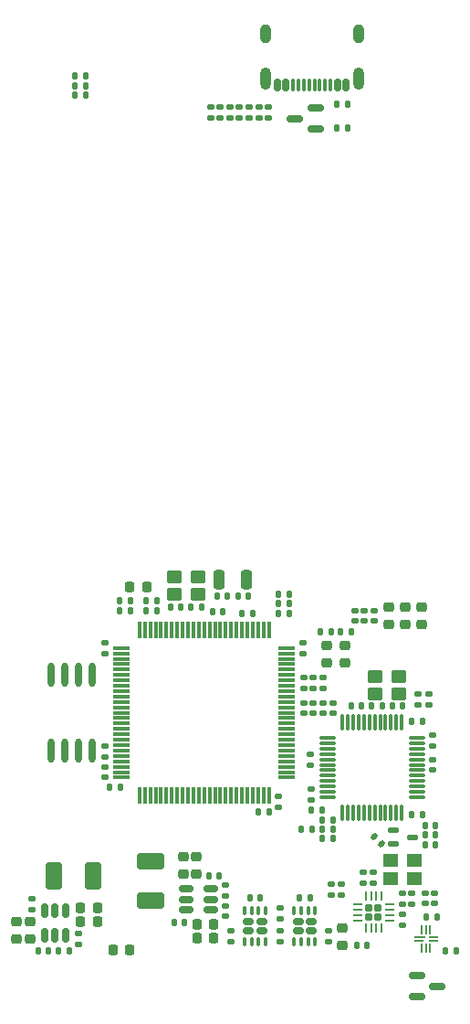
<source format=gbr>
%TF.GenerationSoftware,KiCad,Pcbnew,8.0.8-8.0.8-0~ubuntu24.04.1*%
%TF.CreationDate,2025-02-18T22:24:07+00:00*%
%TF.ProjectId,base-module,62617365-2d6d-46f6-9475-6c652e6b6963,1.0.0*%
%TF.SameCoordinates,Original*%
%TF.FileFunction,Paste,Top*%
%TF.FilePolarity,Positive*%
%FSLAX46Y46*%
G04 Gerber Fmt 4.6, Leading zero omitted, Abs format (unit mm)*
G04 Created by KiCad (PCBNEW 8.0.8-8.0.8-0~ubuntu24.04.1) date 2025-02-18 22:24:07*
%MOMM*%
%LPD*%
G01*
G04 APERTURE LIST*
G04 Aperture macros list*
%AMRoundRect*
0 Rectangle with rounded corners*
0 $1 Rounding radius*
0 $2 $3 $4 $5 $6 $7 $8 $9 X,Y pos of 4 corners*
0 Add a 4 corners polygon primitive as box body*
4,1,4,$2,$3,$4,$5,$6,$7,$8,$9,$2,$3,0*
0 Add four circle primitives for the rounded corners*
1,1,$1+$1,$2,$3*
1,1,$1+$1,$4,$5*
1,1,$1+$1,$6,$7*
1,1,$1+$1,$8,$9*
0 Add four rect primitives between the rounded corners*
20,1,$1+$1,$2,$3,$4,$5,0*
20,1,$1+$1,$4,$5,$6,$7,0*
20,1,$1+$1,$6,$7,$8,$9,0*
20,1,$1+$1,$8,$9,$2,$3,0*%
G04 Aperture macros list end*
%ADD10RoundRect,0.250001X0.999999X-0.499999X0.999999X0.499999X-0.999999X0.499999X-0.999999X-0.499999X0*%
%ADD11RoundRect,0.140000X-0.170000X0.140000X-0.170000X-0.140000X0.170000X-0.140000X0.170000X0.140000X0*%
%ADD12RoundRect,0.140000X0.140000X0.170000X-0.140000X0.170000X-0.140000X-0.170000X0.140000X-0.170000X0*%
%ADD13RoundRect,0.150000X0.587500X0.150000X-0.587500X0.150000X-0.587500X-0.150000X0.587500X-0.150000X0*%
%ADD14RoundRect,0.140000X0.170000X-0.140000X0.170000X0.140000X-0.170000X0.140000X-0.170000X-0.140000X0*%
%ADD15RoundRect,0.140000X-0.140000X-0.170000X0.140000X-0.170000X0.140000X0.170000X-0.140000X0.170000X0*%
%ADD16RoundRect,0.220000X0.255000X-0.220000X0.255000X0.220000X-0.255000X0.220000X-0.255000X-0.220000X0*%
%ADD17RoundRect,0.220000X0.220000X0.255000X-0.220000X0.255000X-0.220000X-0.255000X0.220000X-0.255000X0*%
%ADD18RoundRect,0.050000X-0.437500X-0.050000X0.437500X-0.050000X0.437500X0.050000X-0.437500X0.050000X0*%
%ADD19RoundRect,0.050000X-0.337500X-0.050000X0.337500X-0.050000X0.337500X0.050000X-0.337500X0.050000X0*%
%ADD20RoundRect,0.050000X-0.050000X-0.337500X0.050000X-0.337500X0.050000X0.337500X-0.050000X0.337500X0*%
%ADD21RoundRect,0.225000X-0.250000X0.225000X-0.250000X-0.225000X0.250000X-0.225000X0.250000X0.225000X0*%
%ADD22RoundRect,0.150000X-0.512500X-0.150000X0.512500X-0.150000X0.512500X0.150000X-0.512500X0.150000X0*%
%ADD23RoundRect,0.150000X-0.587500X-0.150000X0.587500X-0.150000X0.587500X0.150000X-0.587500X0.150000X0*%
%ADD24RoundRect,0.220000X-0.255000X0.220000X-0.255000X-0.220000X0.255000X-0.220000X0.255000X0.220000X0*%
%ADD25RoundRect,0.225000X0.225000X0.250000X-0.225000X0.250000X-0.225000X-0.250000X0.225000X-0.250000X0*%
%ADD26RoundRect,0.250000X0.450000X0.350000X-0.450000X0.350000X-0.450000X-0.350000X0.450000X-0.350000X0*%
%ADD27RoundRect,0.075000X-0.075000X0.662500X-0.075000X-0.662500X0.075000X-0.662500X0.075000X0.662500X0*%
%ADD28RoundRect,0.075000X-0.662500X0.075000X-0.662500X-0.075000X0.662500X-0.075000X0.662500X0.075000X0*%
%ADD29RoundRect,0.075000X-0.075000X0.725000X-0.075000X-0.725000X0.075000X-0.725000X0.075000X0.725000X0*%
%ADD30RoundRect,0.075000X-0.725000X0.075000X-0.725000X-0.075000X0.725000X-0.075000X0.725000X0.075000X0*%
%ADD31RoundRect,0.150000X0.150000X0.425000X-0.150000X0.425000X-0.150000X-0.425000X0.150000X-0.425000X0*%
%ADD32RoundRect,0.075000X0.075000X0.500000X-0.075000X0.500000X-0.075000X-0.500000X0.075000X-0.500000X0*%
%ADD33O,1.000000X2.100000*%
%ADD34O,1.000000X1.800000*%
%ADD35RoundRect,0.225000X-0.225000X-0.250000X0.225000X-0.250000X0.225000X0.250000X-0.225000X0.250000X0*%
%ADD36RoundRect,0.220000X-0.220000X-0.255000X0.220000X-0.255000X0.220000X0.255000X-0.220000X0.255000X0*%
%ADD37RoundRect,0.160000X-0.325000X0.160000X-0.325000X-0.160000X0.325000X-0.160000X0.325000X0.160000X0*%
%ADD38RoundRect,0.075000X-0.075000X0.350000X-0.075000X-0.350000X0.075000X-0.350000X0.075000X0.350000X0*%
%ADD39RoundRect,0.250000X0.250000X-0.650000X0.250000X0.650000X-0.250000X0.650000X-0.250000X-0.650000X0*%
%ADD40RoundRect,0.140000X0.219203X0.021213X0.021213X0.219203X-0.219203X-0.021213X-0.021213X-0.219203X0*%
%ADD41R,1.400000X1.200000*%
%ADD42O,0.630000X2.250000*%
%ADD43RoundRect,0.250001X-0.499999X-0.999999X0.499999X-0.999999X0.499999X0.999999X-0.499999X0.999999X0*%
%ADD44RoundRect,0.172500X-0.172500X0.172500X-0.172500X-0.172500X0.172500X-0.172500X0.172500X0.172500X0*%
%ADD45RoundRect,0.062500X-0.062500X0.350000X-0.062500X-0.350000X0.062500X-0.350000X0.062500X0.350000X0*%
%ADD46RoundRect,0.062500X-0.350000X0.062500X-0.350000X-0.062500X0.350000X-0.062500X0.350000X0.062500X0*%
%ADD47RoundRect,0.125000X0.345000X0.125000X-0.345000X0.125000X-0.345000X-0.125000X0.345000X-0.125000X0*%
%ADD48RoundRect,0.150000X-0.150000X0.512500X-0.150000X-0.512500X0.150000X-0.512500X0.150000X0.512500X0*%
G04 APERTURE END LIST*
D10*
%TO.C,L301*%
X107120720Y-134271542D03*
X107120720Y-130571542D03*
%TD*%
D11*
%TO.C,R903*%
X126850000Y-131625000D03*
X126850000Y-132625000D03*
%TD*%
D12*
%TO.C,R308*%
X127200000Y-138375000D03*
X126200000Y-138375000D03*
%TD*%
D13*
%TO.C,U802*%
X122387500Y-62765001D03*
X122387500Y-60865001D03*
X120512500Y-61815001D03*
%TD*%
D14*
%TO.C,C501*%
X119100000Y-138075000D03*
X119100000Y-137075000D03*
%TD*%
D15*
%TO.C,R716*%
X123000000Y-128525000D03*
X124000000Y-128525000D03*
%TD*%
D11*
%TO.C,R306*%
X114070720Y-132821542D03*
X114070720Y-133821542D03*
%TD*%
D16*
%TO.C,D301*%
X124850000Y-138365000D03*
X124850000Y-136785000D03*
%TD*%
D17*
%TO.C,FB400*%
X106740000Y-105225000D03*
X105160000Y-105225000D03*
%TD*%
D14*
%TO.C,C601*%
X114550000Y-138075000D03*
X114550000Y-137075000D03*
%TD*%
D12*
%TO.C,R301*%
X97650000Y-138871508D03*
X96650000Y-138871508D03*
%TD*%
%TO.C,C408*%
X105200000Y-106475000D03*
X104200000Y-106475000D03*
%TD*%
D14*
%TO.C,R600*%
X119100000Y-135925000D03*
X119100000Y-134925000D03*
%TD*%
D15*
%TO.C,C400*%
X115575000Y-107650000D03*
X116575000Y-107650000D03*
%TD*%
D12*
%TO.C,C313*%
X114250000Y-106025000D03*
X113250000Y-106025000D03*
%TD*%
D15*
%TO.C,R801*%
X124350000Y-62675000D03*
X125350000Y-62675000D03*
%TD*%
D12*
%TO.C,C600*%
X117300000Y-134025000D03*
X116300000Y-134025000D03*
%TD*%
%TO.C,C407*%
X107675000Y-107375000D03*
X106675000Y-107375000D03*
%TD*%
D15*
%TO.C,C314*%
X115200000Y-106025000D03*
X116200000Y-106025000D03*
%TD*%
D18*
%TO.C,U801*%
X132087500Y-137600000D03*
D19*
X131987500Y-138000000D03*
D20*
X132250000Y-138662500D03*
X132650000Y-138662500D03*
X133050000Y-138662500D03*
D19*
X133312500Y-138000000D03*
X133312500Y-137600000D03*
D20*
X133050000Y-136937500D03*
X132650000Y-136937500D03*
X132250000Y-136937500D03*
%TD*%
D21*
%TO.C,C304*%
X94646542Y-136211059D03*
X94646542Y-137771059D03*
%TD*%
D11*
%TO.C,C305*%
X96090000Y-134071508D03*
X96090000Y-135071508D03*
%TD*%
D12*
%TO.C,R404*%
X119950000Y-107645000D03*
X118950000Y-107645000D03*
%TD*%
D22*
%TO.C,U301*%
X110412500Y-133168050D03*
X110412500Y-134118050D03*
X110412500Y-135068050D03*
X112687500Y-135068050D03*
X112687500Y-134118050D03*
X112687500Y-133168050D03*
%TD*%
D12*
%TO.C,C500*%
X121900000Y-134025000D03*
X120900000Y-134025000D03*
%TD*%
D11*
%TO.C,R902*%
X127750000Y-131625000D03*
X127750000Y-132625000D03*
%TD*%
D16*
%TO.C,D400*%
X129240000Y-108665000D03*
X129240000Y-107085000D03*
%TD*%
D23*
%TO.C,U200*%
X131832500Y-141212501D03*
X131832500Y-143112501D03*
X133707500Y-142162501D03*
%TD*%
D11*
%TO.C,R700*%
X121325000Y-115925000D03*
X121325000Y-116925000D03*
%TD*%
D15*
%TO.C,R405*%
X100080000Y-59675000D03*
X101080000Y-59675000D03*
%TD*%
D14*
%TO.C,R409*%
X114450000Y-61725000D03*
X114450000Y-60725000D03*
%TD*%
%TO.C,R400*%
X113550000Y-61725000D03*
X113550000Y-60725000D03*
%TD*%
%TO.C,R411*%
X126950000Y-108375000D03*
X126950000Y-107375000D03*
%TD*%
D11*
%TO.C,C410*%
X123100000Y-113600000D03*
X123100000Y-114600000D03*
%TD*%
D24*
%TO.C,D701*%
X125175000Y-110660000D03*
X125175000Y-112240000D03*
%TD*%
D11*
%TO.C,R701*%
X124000000Y-115925000D03*
X124000000Y-116925000D03*
%TD*%
%TO.C,C405*%
X121275000Y-110350000D03*
X121275000Y-111350000D03*
%TD*%
D25*
%TO.C,C301*%
X102180000Y-136171508D03*
X100620000Y-136171508D03*
%TD*%
D14*
%TO.C,C300*%
X100400000Y-138281508D03*
X100400000Y-137281508D03*
%TD*%
D16*
%TO.C,D402*%
X132240000Y-108665000D03*
X132240000Y-107085000D03*
%TD*%
D26*
%TO.C,Y700*%
X130150000Y-113525000D03*
X127950000Y-113525000D03*
X127950000Y-115125000D03*
X130150000Y-115125000D03*
%TD*%
D27*
%TO.C,U700*%
X130400000Y-117762500D03*
X129900000Y-117762500D03*
X129400000Y-117762500D03*
X128900000Y-117762500D03*
X128400000Y-117762500D03*
X127900000Y-117762500D03*
X127400000Y-117762500D03*
X126900000Y-117762500D03*
X126400000Y-117762500D03*
X125900000Y-117762500D03*
X125400000Y-117762500D03*
X124900000Y-117762500D03*
D28*
X123487500Y-119175000D03*
X123487500Y-119675000D03*
X123487500Y-120175000D03*
X123487500Y-120675000D03*
X123487500Y-121175000D03*
X123487500Y-121675000D03*
X123487500Y-122175000D03*
X123487500Y-122675000D03*
X123487500Y-123175000D03*
X123487500Y-123675000D03*
X123487500Y-124175000D03*
X123487500Y-124675000D03*
D27*
X124900000Y-126087500D03*
X125400000Y-126087500D03*
X125900000Y-126087500D03*
X126400000Y-126087500D03*
X126900000Y-126087500D03*
X127400000Y-126087500D03*
X127900000Y-126087500D03*
X128400000Y-126087500D03*
X128900000Y-126087500D03*
X129400000Y-126087500D03*
X129900000Y-126087500D03*
X130400000Y-126087500D03*
D28*
X131812500Y-124675000D03*
X131812500Y-124175000D03*
X131812500Y-123675000D03*
X131812500Y-123175000D03*
X131812500Y-122675000D03*
X131812500Y-122175000D03*
X131812500Y-121675000D03*
X131812500Y-121175000D03*
X131812500Y-120675000D03*
X131812500Y-120175000D03*
X131812500Y-119675000D03*
X131812500Y-119175000D03*
%TD*%
D15*
%TO.C,R707*%
X122850000Y-109375000D03*
X123850000Y-109375000D03*
%TD*%
D29*
%TO.C,U400*%
X118075000Y-109175000D03*
X117575000Y-109175000D03*
X117075000Y-109175000D03*
X116575000Y-109175000D03*
X116075000Y-109175000D03*
X115575000Y-109175000D03*
X115075000Y-109175000D03*
X114575000Y-109175000D03*
X114075000Y-109175000D03*
X113575000Y-109175000D03*
X113075000Y-109175000D03*
X112575000Y-109175000D03*
X112075000Y-109175000D03*
X111575000Y-109175000D03*
X111075000Y-109175000D03*
X110575000Y-109175000D03*
X110075000Y-109175000D03*
X109575000Y-109175000D03*
X109075000Y-109175000D03*
X108575000Y-109175000D03*
X108075000Y-109175000D03*
X107575000Y-109175000D03*
X107075000Y-109175000D03*
X106575000Y-109175000D03*
X106075000Y-109175000D03*
D30*
X104400000Y-110850000D03*
X104400000Y-111350000D03*
X104400000Y-111850000D03*
X104400000Y-112350000D03*
X104400000Y-112850000D03*
X104400000Y-113350000D03*
X104400000Y-113850000D03*
X104400000Y-114350000D03*
X104400000Y-114850000D03*
X104400000Y-115350000D03*
X104400000Y-115850000D03*
X104400000Y-116350000D03*
X104400000Y-116850000D03*
X104400000Y-117350000D03*
X104400000Y-117850000D03*
X104400000Y-118350000D03*
X104400000Y-118850000D03*
X104400000Y-119350000D03*
X104400000Y-119850000D03*
X104400000Y-120350000D03*
X104400000Y-120850000D03*
X104400000Y-121350000D03*
X104400000Y-121850000D03*
X104400000Y-122350000D03*
X104400000Y-122850000D03*
D29*
X106075000Y-124525000D03*
X106575000Y-124525000D03*
X107075000Y-124525000D03*
X107575000Y-124525000D03*
X108075000Y-124525000D03*
X108575000Y-124525000D03*
X109075000Y-124525000D03*
X109575000Y-124525000D03*
X110075000Y-124525000D03*
X110575000Y-124525000D03*
X111075000Y-124525000D03*
X111575000Y-124525000D03*
X112075000Y-124525000D03*
X112575000Y-124525000D03*
X113075000Y-124525000D03*
X113575000Y-124525000D03*
X114075000Y-124525000D03*
X114575000Y-124525000D03*
X115075000Y-124525000D03*
X115575000Y-124525000D03*
X116075000Y-124525000D03*
X116575000Y-124525000D03*
X117075000Y-124525000D03*
X117575000Y-124525000D03*
X118075000Y-124525000D03*
D30*
X119750000Y-122850000D03*
X119750000Y-122350000D03*
X119750000Y-121850000D03*
X119750000Y-121350000D03*
X119750000Y-120850000D03*
X119750000Y-120350000D03*
X119750000Y-119850000D03*
X119750000Y-119350000D03*
X119750000Y-118850000D03*
X119750000Y-118350000D03*
X119750000Y-117850000D03*
X119750000Y-117350000D03*
X119750000Y-116850000D03*
X119750000Y-116350000D03*
X119750000Y-115850000D03*
X119750000Y-115350000D03*
X119750000Y-114850000D03*
X119750000Y-114350000D03*
X119750000Y-113850000D03*
X119750000Y-113350000D03*
X119750000Y-112850000D03*
X119750000Y-112350000D03*
X119750000Y-111850000D03*
X119750000Y-111350000D03*
X119750000Y-110850000D03*
%TD*%
D12*
%TO.C,C409*%
X105200000Y-107375000D03*
X104200000Y-107375000D03*
%TD*%
%TO.C,C708*%
X128600000Y-116235000D03*
X127600000Y-116235000D03*
%TD*%
D11*
%TO.C,R705*%
X132900000Y-115125000D03*
X132900000Y-116125000D03*
%TD*%
%TO.C,R307*%
X114070720Y-134721542D03*
X114070720Y-135721542D03*
%TD*%
D15*
%TO.C,R711*%
X132550000Y-128175000D03*
X133550000Y-128175000D03*
%TD*%
%TO.C,R710*%
X132550000Y-127275000D03*
X133550000Y-127275000D03*
%TD*%
%TO.C,R715*%
X123000000Y-127650000D03*
X124000000Y-127650000D03*
%TD*%
D11*
%TO.C,C801*%
X116250000Y-60725000D03*
X116250000Y-61725000D03*
%TD*%
D14*
%TO.C,C402*%
X102875000Y-111350000D03*
X102875000Y-110350000D03*
%TD*%
D31*
%TO.C,J800*%
X125250000Y-58715000D03*
X124450000Y-58715000D03*
D32*
X123300000Y-58715000D03*
X122300000Y-58715000D03*
X121800000Y-58715000D03*
X120800000Y-58715000D03*
D31*
X119650000Y-58715000D03*
X118850000Y-58715000D03*
X118850000Y-58715000D03*
X119650000Y-58715000D03*
D32*
X120300000Y-58715000D03*
X121300000Y-58715000D03*
X122800000Y-58715000D03*
X123800000Y-58715000D03*
D31*
X124450000Y-58715000D03*
X125250000Y-58715000D03*
D33*
X126370000Y-58140000D03*
D34*
X126370000Y-53960000D03*
D33*
X117730000Y-58140000D03*
D34*
X117730000Y-53960000D03*
%TD*%
D15*
%TO.C,C311*%
X109270720Y-136281542D03*
X110270720Y-136281542D03*
%TD*%
%TO.C,C707*%
X129500000Y-116225000D03*
X130500000Y-116225000D03*
%TD*%
D11*
%TO.C,R901*%
X123900000Y-132725000D03*
X123900000Y-133725000D03*
%TD*%
D12*
%TO.C,R709*%
X133550000Y-129075000D03*
X132550000Y-129075000D03*
%TD*%
D11*
%TO.C,R805*%
X117150000Y-60725000D03*
X117150000Y-61725000D03*
%TD*%
%TO.C,R800*%
X118050000Y-60725000D03*
X118050000Y-61725000D03*
%TD*%
D35*
%TO.C,C310*%
X111420720Y-136481542D03*
X112980720Y-136481542D03*
%TD*%
D11*
%TO.C,R402*%
X122200000Y-113600000D03*
X122200000Y-114600000D03*
%TD*%
D14*
%TO.C,R702*%
X133300000Y-122175000D03*
X133300000Y-121175000D03*
%TD*%
D35*
%TO.C,C309*%
X111410271Y-137725000D03*
X112970271Y-137725000D03*
%TD*%
D14*
%TO.C,C900*%
X130450000Y-134575000D03*
X130450000Y-133575000D03*
%TD*%
D11*
%TO.C,C404*%
X118975000Y-124600000D03*
X118975000Y-125600000D03*
%TD*%
%TO.C,R802*%
X132550000Y-133525000D03*
X132550000Y-134525000D03*
%TD*%
D15*
%TO.C,C701*%
X131350000Y-117625000D03*
X132350000Y-117625000D03*
%TD*%
D12*
%TO.C,R300*%
X99550000Y-138871508D03*
X98550000Y-138871508D03*
%TD*%
D15*
%TO.C,C700*%
X122000000Y-125875000D03*
X123000000Y-125875000D03*
%TD*%
D14*
%TO.C,R500*%
X123650000Y-138075000D03*
X123650000Y-137075000D03*
%TD*%
D12*
%TO.C,C406*%
X107675000Y-106475000D03*
X106675000Y-106475000D03*
%TD*%
%TO.C,C411*%
X109925000Y-107025000D03*
X108925000Y-107025000D03*
%TD*%
D11*
%TO.C,C704*%
X133290000Y-118922500D03*
X133290000Y-119922500D03*
%TD*%
D14*
%TO.C,C902*%
X131350000Y-134575000D03*
X131350000Y-133575000D03*
%TD*%
D15*
%TO.C,C312*%
X132650000Y-135775000D03*
X133650000Y-135775000D03*
%TD*%
D14*
%TO.C,C702*%
X122010000Y-124927500D03*
X122010000Y-123927500D03*
%TD*%
D11*
%TO.C,R706*%
X131950000Y-115125000D03*
X131950000Y-116125000D03*
%TD*%
D14*
%TO.C,R803*%
X133450000Y-134525000D03*
X133450000Y-133525000D03*
%TD*%
D21*
%TO.C,C307*%
X110108674Y-130191542D03*
X110108674Y-131751542D03*
%TD*%
D12*
%TO.C,C306*%
X113480720Y-131971542D03*
X112480720Y-131971542D03*
%TD*%
D14*
%TO.C,R401*%
X121300000Y-114600000D03*
X121300000Y-113600000D03*
%TD*%
D36*
%TO.C,F300*%
X103610000Y-138775000D03*
X105190000Y-138775000D03*
%TD*%
D15*
%TO.C,R714*%
X123000000Y-126775000D03*
X124000000Y-126775000D03*
%TD*%
D11*
%TO.C,R900*%
X124800000Y-132725000D03*
X124800000Y-133725000D03*
%TD*%
D15*
%TO.C,C414*%
X117075000Y-126050000D03*
X118075000Y-126050000D03*
%TD*%
D37*
%TO.C,U600*%
X117400000Y-136225000D03*
X116200000Y-136225000D03*
X117400000Y-137025000D03*
X116200000Y-137025000D03*
D38*
X117775000Y-135175000D03*
X117125000Y-135175000D03*
X116475000Y-135175000D03*
X115825000Y-135175000D03*
X115825000Y-138075000D03*
X116475000Y-138075000D03*
X117125000Y-138075000D03*
X117775000Y-138075000D03*
%TD*%
D39*
%TO.C,X300*%
X113475000Y-104550000D03*
X115975000Y-104550000D03*
%TD*%
D12*
%TO.C,R406*%
X101080000Y-57875000D03*
X100080000Y-57875000D03*
%TD*%
D14*
%TO.C,R412*%
X126050000Y-108375000D03*
X126050000Y-107375000D03*
%TD*%
%TO.C,C706*%
X122200000Y-116925000D03*
X122200000Y-115925000D03*
%TD*%
D15*
%TO.C,C800*%
X124350000Y-60525000D03*
X125350000Y-60525000D03*
%TD*%
D25*
%TO.C,C302*%
X102180000Y-134909462D03*
X100620000Y-134909462D03*
%TD*%
D15*
%TO.C,C401*%
X112825000Y-107475000D03*
X113825000Y-107475000D03*
%TD*%
%TO.C,C705*%
X125700000Y-116235000D03*
X126700000Y-116235000D03*
%TD*%
D40*
%TO.C,R712*%
X128553553Y-129028553D03*
X127846447Y-128321447D03*
%TD*%
D26*
%TO.C,X400*%
X111475000Y-104250000D03*
X109275000Y-104250000D03*
X109275000Y-105850000D03*
X111475000Y-105850000D03*
%TD*%
D11*
%TO.C,R708*%
X121900000Y-120675000D03*
X121900000Y-121675000D03*
%TD*%
D12*
%TO.C,C403*%
X104325000Y-123750000D03*
X103325000Y-123750000D03*
%TD*%
D14*
%TO.C,R410*%
X127850000Y-108375000D03*
X127850000Y-107375000D03*
%TD*%
D41*
%TO.C,Y900*%
X131600000Y-130475000D03*
X129400000Y-130475000D03*
X129400000Y-132175000D03*
X131600000Y-132175000D03*
%TD*%
D37*
%TO.C,U500*%
X122000000Y-136225000D03*
X120800000Y-136225000D03*
X122000000Y-137025000D03*
X120800000Y-137025000D03*
D38*
X122375000Y-135175000D03*
X121725000Y-135175000D03*
X121075000Y-135175000D03*
X120425000Y-135175000D03*
X120425000Y-138075000D03*
X121075000Y-138075000D03*
X121725000Y-138075000D03*
X122375000Y-138075000D03*
%TD*%
D15*
%TO.C,R713*%
X124750000Y-109375000D03*
X125750000Y-109375000D03*
%TD*%
%TO.C,C412*%
X110825000Y-107025000D03*
X111825000Y-107025000D03*
%TD*%
%TO.C,C415*%
X118960000Y-105865000D03*
X119960000Y-105865000D03*
%TD*%
D42*
%TO.C,U100*%
X101705000Y-113320000D03*
X100435000Y-113320000D03*
X99155000Y-113320000D03*
X97885000Y-113320000D03*
X97885000Y-120380000D03*
X99155000Y-120380000D03*
X100435000Y-120380000D03*
X101705000Y-120380000D03*
%TD*%
D16*
%TO.C,D700*%
X123425000Y-112240000D03*
X123425000Y-110660000D03*
%TD*%
D11*
%TO.C,C413*%
X102875000Y-121850000D03*
X102875000Y-122850000D03*
%TD*%
D43*
%TO.C,L300*%
X98100000Y-131921508D03*
X101800000Y-131921508D03*
%TD*%
D14*
%TO.C,C100*%
X102850000Y-120925000D03*
X102850000Y-119925000D03*
%TD*%
D44*
%TO.C,U302*%
X128225000Y-134887500D03*
X127375000Y-134887500D03*
X128225000Y-135737500D03*
X127375000Y-135737500D03*
D45*
X128550000Y-133850000D03*
X128050000Y-133850000D03*
X127550000Y-133850000D03*
X127050000Y-133850000D03*
D46*
X126337500Y-134562500D03*
X126337500Y-135062500D03*
X126337500Y-135562500D03*
X126337500Y-136062500D03*
D45*
X127050000Y-136775000D03*
X127550000Y-136775000D03*
X128050000Y-136775000D03*
X128550000Y-136775000D03*
D46*
X129262500Y-136062500D03*
X129262500Y-135562500D03*
X129262500Y-135062500D03*
X129262500Y-134562500D03*
%TD*%
D15*
%TO.C,C703*%
X131350000Y-126275000D03*
X132350000Y-126275000D03*
%TD*%
D16*
%TO.C,D401*%
X130750000Y-108665000D03*
X130750000Y-107085000D03*
%TD*%
D14*
%TO.C,R408*%
X115350000Y-61725000D03*
X115350000Y-60725000D03*
%TD*%
D12*
%TO.C,R403*%
X119960000Y-106765000D03*
X118960000Y-106765000D03*
%TD*%
D14*
%TO.C,R703*%
X123100000Y-116925000D03*
X123100000Y-115925000D03*
%TD*%
D21*
%TO.C,C308*%
X111370720Y-130191542D03*
X111370720Y-131751542D03*
%TD*%
D14*
%TO.C,R407*%
X112650000Y-61725000D03*
X112650000Y-60725000D03*
%TD*%
D47*
%TO.C,Q700*%
X129600000Y-127725000D03*
X129600000Y-129025000D03*
X131400000Y-128375000D03*
%TD*%
D11*
%TO.C,C904*%
X130450000Y-135525000D03*
X130450000Y-136525000D03*
%TD*%
D12*
%TO.C,C416*%
X101080000Y-58775000D03*
X100080000Y-58775000D03*
%TD*%
D15*
%TO.C,R804*%
X134450000Y-138925000D03*
X135450000Y-138925000D03*
%TD*%
D48*
%TO.C,U300*%
X99203492Y-135213288D03*
X98253492Y-135213288D03*
X97303492Y-135213288D03*
X97303492Y-137488288D03*
X98253492Y-137488288D03*
X99203492Y-137488288D03*
%TD*%
D21*
%TO.C,C303*%
X95890000Y-136221508D03*
X95890000Y-137781508D03*
%TD*%
D15*
%TO.C,R704*%
X121050000Y-127650000D03*
X122050000Y-127650000D03*
%TD*%
M02*

</source>
